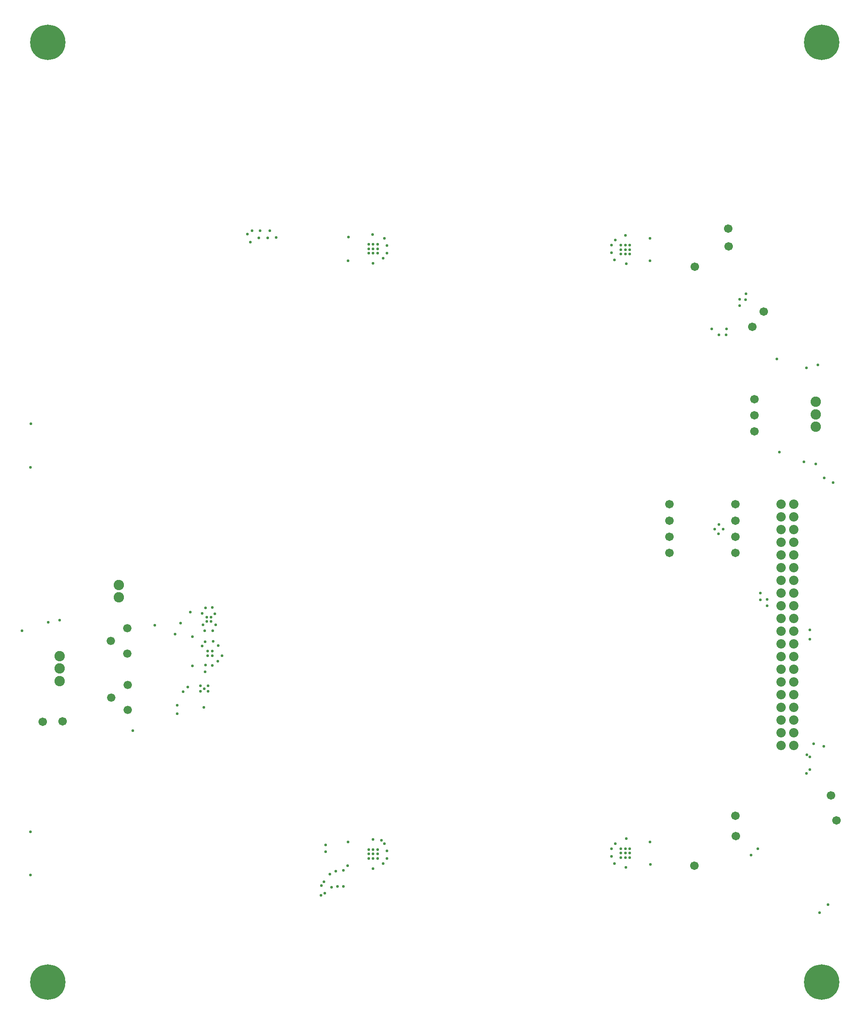
<source format=gbs>
G04*
G04 #@! TF.GenerationSoftware,Altium Limited,Altium Designer,23.2.1 (34)*
G04*
G04 Layer_Color=16711935*
%FSLAX25Y25*%
%MOIN*%
G70*
G04*
G04 #@! TF.SameCoordinates,E7D857CA-1885-45CB-8F30-69F116805D82*
G04*
G04*
G04 #@! TF.FilePolarity,Negative*
G04*
G01*
G75*
%ADD71C,0.27858*%
%ADD72C,0.07386*%
%ADD73C,0.06699*%
%ADD74C,0.08173*%
%ADD75C,0.06598*%
%ADD76C,0.02268*%
D71*
X840000Y60000D02*
D03*
X230000D02*
D03*
X840000Y800000D02*
D03*
X230000D02*
D03*
D72*
X808047Y436264D02*
D03*
X818047D02*
D03*
X808047Y426264D02*
D03*
X818047D02*
D03*
X808047Y416264D02*
D03*
X818047D02*
D03*
X808047Y406264D02*
D03*
X818047D02*
D03*
X808047Y396264D02*
D03*
X818047D02*
D03*
X808047Y386264D02*
D03*
X818047D02*
D03*
X808047Y376264D02*
D03*
X818047D02*
D03*
X808047Y366264D02*
D03*
X818047D02*
D03*
X808047Y356264D02*
D03*
X818047D02*
D03*
X808047Y346264D02*
D03*
X818047D02*
D03*
X808047Y336264D02*
D03*
X818047D02*
D03*
X808047Y326264D02*
D03*
X818047D02*
D03*
X808047Y316264D02*
D03*
X818047D02*
D03*
X808047Y306264D02*
D03*
X818047D02*
D03*
X808047Y296264D02*
D03*
X818047D02*
D03*
X808047Y286264D02*
D03*
X818047D02*
D03*
X808047Y276264D02*
D03*
X818047D02*
D03*
X808047Y266264D02*
D03*
X818047D02*
D03*
X808047Y256264D02*
D03*
X818047D02*
D03*
X808047Y246264D02*
D03*
X818047D02*
D03*
D73*
X772048Y397708D02*
D03*
X847319Y206799D02*
D03*
X740190Y623347D02*
D03*
X766638Y639248D02*
D03*
X766366Y653158D02*
D03*
X771951Y410514D02*
D03*
Y423320D02*
D03*
X772051Y436126D02*
D03*
X787008Y518831D02*
D03*
X720000Y410514D02*
D03*
Y397708D02*
D03*
Y423320D02*
D03*
Y436126D02*
D03*
X226208Y265031D02*
D03*
X241608Y265231D02*
D03*
X787008Y493631D02*
D03*
Y506231D02*
D03*
X772272Y174713D02*
D03*
X851685Y187307D02*
D03*
X772224Y190976D02*
D03*
X794425Y587898D02*
D03*
X785268Y575827D02*
D03*
X739858Y151618D02*
D03*
D74*
X835370Y497051D02*
D03*
Y506894D02*
D03*
Y516736D02*
D03*
X239508Y296931D02*
D03*
Y306773D02*
D03*
Y316616D02*
D03*
X286008Y362831D02*
D03*
Y372673D02*
D03*
D75*
X293004Y274088D02*
D03*
Y293773D02*
D03*
X280012Y283931D02*
D03*
X292604Y318688D02*
D03*
Y338373D02*
D03*
X279612Y328531D02*
D03*
D76*
X705100Y152626D02*
D03*
X314300Y340900D02*
D03*
X704800Y645574D02*
D03*
Y627774D02*
D03*
X842100Y456800D02*
D03*
X848953Y453131D02*
D03*
X791854Y366354D02*
D03*
X791800Y361000D02*
D03*
X765059Y574146D02*
D03*
X753563Y574118D02*
D03*
X764850Y569571D02*
D03*
X759216Y569425D02*
D03*
X762513Y416599D02*
D03*
X758760Y412811D02*
D03*
X755897Y416613D02*
D03*
X759079Y420354D02*
D03*
X775516Y597496D02*
D03*
X775398Y592410D02*
D03*
X780185Y597261D02*
D03*
X780280Y601984D02*
D03*
X844980Y120728D02*
D03*
X838543Y114394D02*
D03*
X789667Y164984D02*
D03*
X486531Y637264D02*
D03*
Y633764D02*
D03*
Y640764D02*
D03*
X490031Y637264D02*
D03*
Y640764D02*
D03*
Y633764D02*
D03*
X494406Y629783D02*
D03*
X495291Y645532D02*
D03*
X497563Y633819D02*
D03*
X676648Y628381D02*
D03*
X685404Y633081D02*
D03*
X483032Y633764D02*
D03*
X387417Y648779D02*
D03*
X389681Y642382D02*
D03*
X391059Y651514D02*
D03*
X396374Y646024D02*
D03*
X397488Y651514D02*
D03*
X403388Y646002D02*
D03*
X404988Y651602D02*
D03*
X409988Y646045D02*
D03*
X466788Y627802D02*
D03*
X466988Y646502D02*
D03*
X483032Y637264D02*
D03*
Y640764D02*
D03*
X497563Y639724D02*
D03*
X674376Y640094D02*
D03*
Y634188D02*
D03*
X485988Y648602D02*
D03*
X677534Y644129D02*
D03*
X681904Y633081D02*
D03*
Y636581D02*
D03*
Y640081D02*
D03*
X686088Y625602D02*
D03*
X688904Y633081D02*
D03*
Y636581D02*
D03*
Y640081D02*
D03*
X486288Y626002D02*
D03*
X685404Y636581D02*
D03*
Y640081D02*
D03*
X685488Y647802D02*
D03*
X828189Y224130D02*
D03*
X828308Y238807D02*
D03*
X830811Y227114D02*
D03*
X830744Y237110D02*
D03*
X784402Y159760D02*
D03*
X685370Y161389D02*
D03*
X677484Y168807D02*
D03*
X681870Y157889D02*
D03*
Y164889D02*
D03*
Y161389D02*
D03*
X685370Y157889D02*
D03*
Y164889D02*
D03*
X686096Y172715D02*
D03*
X688870Y157889D02*
D03*
Y161389D02*
D03*
X674327Y164772D02*
D03*
Y158866D02*
D03*
X688870Y164889D02*
D03*
X704696Y170215D02*
D03*
X685696Y150315D02*
D03*
X676598Y153059D02*
D03*
X490039Y160835D02*
D03*
X486244Y172153D02*
D03*
X492996Y171515D02*
D03*
X483039Y157335D02*
D03*
X490039D02*
D03*
Y164335D02*
D03*
X483039D02*
D03*
X486539Y157335D02*
D03*
Y164335D02*
D03*
X495299Y169004D02*
D03*
X483039Y160835D02*
D03*
X486539D02*
D03*
X497571Y163197D02*
D03*
X445284Y128271D02*
D03*
X448350Y129831D02*
D03*
X445595Y136031D02*
D03*
X453764Y134457D02*
D03*
X497571Y157291D02*
D03*
X448941Y167998D02*
D03*
Y162530D02*
D03*
X466496Y151515D02*
D03*
X494413Y153256D02*
D03*
X458488Y135047D02*
D03*
X447758Y138888D02*
D03*
X463114Y135146D02*
D03*
X452386Y144890D02*
D03*
X457110Y147348D02*
D03*
X463016Y147941D02*
D03*
X486244Y149319D02*
D03*
X466896Y170115D02*
D03*
X297108Y257831D02*
D03*
X342508Y351231D02*
D03*
X334808Y342431D02*
D03*
X330308Y333831D02*
D03*
X344108Y331731D02*
D03*
X354308Y309531D02*
D03*
X344208Y308831D02*
D03*
X332108Y271231D02*
D03*
Y278031D02*
D03*
X336608Y288631D02*
D03*
X239508Y344731D02*
D03*
X230408Y343331D02*
D03*
X209708Y336431D02*
D03*
X804808Y550631D02*
D03*
X806808Y477131D02*
D03*
X841669Y245476D02*
D03*
X833697Y247543D02*
D03*
X796984Y356303D02*
D03*
X797181Y361323D02*
D03*
X830842Y330024D02*
D03*
Y337307D02*
D03*
X356187Y317020D02*
D03*
X359908Y309331D02*
D03*
X354071Y304236D02*
D03*
X352506Y341092D02*
D03*
X351905Y350201D02*
D03*
X361748Y349807D02*
D03*
X362535Y341146D02*
D03*
X340488Y292327D02*
D03*
X363913Y312602D02*
D03*
X351807Y324413D02*
D03*
X364307Y324905D02*
D03*
X367260Y316933D02*
D03*
X828023Y543565D02*
D03*
X216374Y144295D02*
D03*
X216571Y178350D02*
D03*
X216866Y499610D02*
D03*
X216571Y465358D02*
D03*
X835565Y467888D02*
D03*
X826115Y469679D02*
D03*
X836933Y545857D02*
D03*
X356259Y288762D02*
D03*
Y293162D02*
D03*
X350259Y288762D02*
D03*
Y293162D02*
D03*
X353259Y290962D02*
D03*
X355353Y347241D02*
D03*
X358653D02*
D03*
X355353Y343941D02*
D03*
X358653D02*
D03*
X356187Y320620D02*
D03*
X359787D02*
D03*
Y317020D02*
D03*
X359681Y354728D02*
D03*
X354465Y354630D02*
D03*
X353108Y276331D02*
D03*
X360075Y336618D02*
D03*
X353874Y336520D02*
D03*
X360272Y328055D02*
D03*
X354108Y327931D02*
D03*
M02*

</source>
